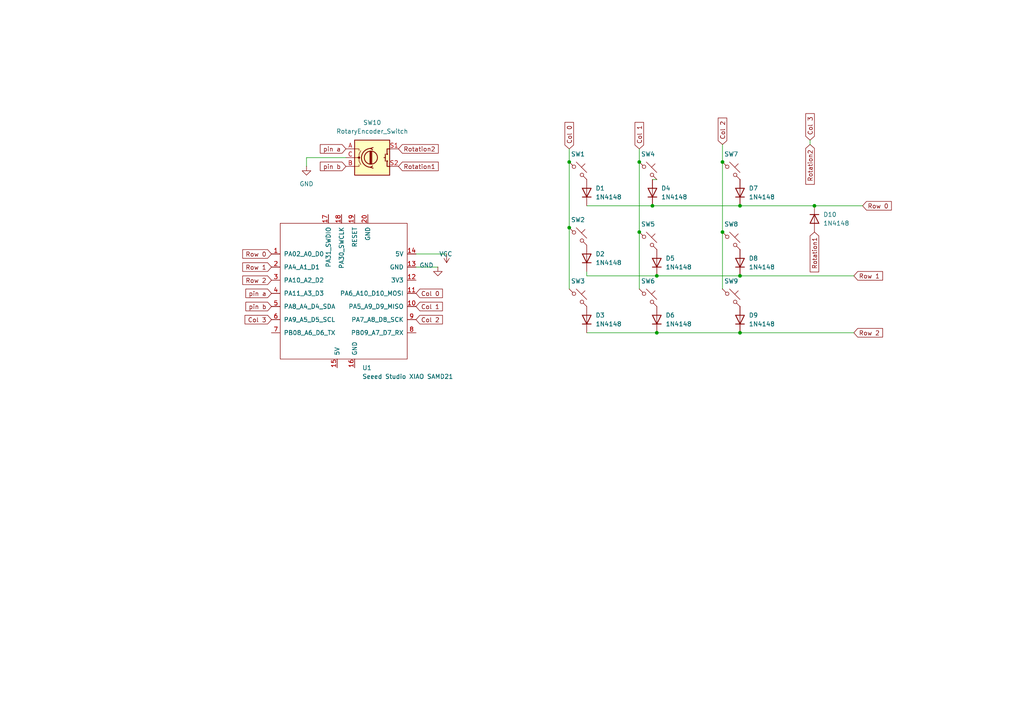
<source format=kicad_sch>
(kicad_sch (version 20231120) (generator "eeschema") (generator_version "8.0")
  (paper "A4")
  (lib_symbols
    (symbol "Device:RotaryEncoder_Switch" (pin_names (offset 0.254) hide)
      (property "Reference" "SW" (at 0 6.604 0))
      (property "Value" "RotaryEncoder_Switch" (at 0 -6.604 0))
      (symbol "RotaryEncoder_Switch_0_1"
        (rectangle (start -5.08 5.08) (end 5.08 -5.08) (stroke (width 0.254)) (fill (type background)))
        (circle (center -3.81 0) (radius 0.254) (fill (type outline)))
        (circle (center -0.381 0) (radius 1.905) (stroke (width 0.254)))
        (arc (start -0.381 2.667) (mid -3.0988 -0.0635) (end -0.381 -2.794) (stroke (width 0.254)))
        (polyline (pts (xy -0.635 -1.778) (xy -0.635 1.778)) (stroke (width 0.254)))
        (polyline (pts (xy -0.381 -1.778) (xy -0.381 1.778)) (stroke (width 0.254)))
        (polyline (pts (xy -0.127 1.778) (xy -0.127 -1.778)) (stroke (width 0.254)))
        (polyline (pts (xy 3.81 0) (xy 3.429 0)) (stroke (width 0.254)))
        (polyline (pts (xy 3.81 1.016) (xy 3.81 -1.016)) (stroke (width 0.254)))
        (polyline (pts (xy -5.08 -2.54) (xy -3.81 -2.54) (xy -3.81 -2.032)))
        (polyline (pts (xy -5.08 2.54) (xy -3.81 2.54) (xy -3.81 2.032)))
        (polyline (pts (xy 0.254 -3.048) (xy -0.508 -2.794) (xy 0.127 -2.413)) (stroke (width 0.254)))
        (polyline (pts (xy 0.254 2.921) (xy -0.508 2.667) (xy 0.127 2.286)) (stroke (width 0.254)))
        (polyline (pts (xy 5.08 -2.54) (xy 4.318 -2.54) (xy 4.318 -1.016)) (stroke (width 0.254)))
        (polyline (pts (xy 5.08 2.54) (xy 4.318 2.54) (xy 4.318 1.016)) (stroke (width 0.254)))
        (polyline (pts (xy -5.08 0) (xy -3.81 0) (xy -3.81 -1.016) (xy -3.302 -2.032)))
        (polyline (pts (xy -4.318 0) (xy -3.81 0) (xy -3.81 1.016) (xy -3.302 2.032)))
        (circle (center 4.318 -1.016) (radius 0.127) (stroke (width 0.254)))
        (circle (center 4.318 1.016) (radius 0.127) (stroke (width 0.254)))
      )
      (symbol "RotaryEncoder_Switch_1_1"
        (pin passive line (at -7.62 2.54 0) (length 2.54) (name "A") (number "A"))
        (pin passive line (at -7.62 -2.54 0) (length 2.54) (name "B") (number "B"))
        (pin passive line (at -7.62 0 0) (length 2.54) (name "C") (number "C"))
        (pin passive line (at 7.62 2.54 180) (length 2.54) (name "S1") (number "S1"))
        (pin passive line (at 7.62 -2.54 180) (length 2.54) (name "S2") (number "S2"))
      )
    )
    (symbol "Diode:1N4148" (pin_numbers hide) (pin_names hide)
      (property "Reference" "D" (at 0 2.54 0))
      (property "Value" "1N4148" (at 0 -2.54 0))
      (symbol "1N4148_0_1"
        (polyline (pts (xy -1.27 1.27) (xy -1.27 -1.27)) (stroke (width 0.254)))
        (polyline (pts (xy 1.27 0) (xy -1.27 0)))
        (polyline (pts (xy 1.27 1.27) (xy 1.27 -1.27) (xy -1.27 0) (xy 1.27 1.27)) (stroke (width 0.254)))
      )
      (symbol "1N4148_1_1"
        (pin passive line (at -3.81 0 0) (length 2.54) (name "K") (number "1"))
        (pin passive line (at 3.81 0 180) (length 2.54) (name "A") (number "2"))
      )
    )
    (symbol "Seeed_Studio_XIAO_Series:Seeed Studio XIAO SAMD21" (pin_names (offset 1.016))
      (property "Reference" "U" (at -19.05 22.86 0))
      (property "Value" "Seeed Studio XIAO SAMD21" (at -12.7 21.59 0))
      (symbol "Seeed Studio XIAO SAMD21_0_1"
        (rectangle (start -19.05 20.32) (end 17.78 -19.05))
      )
      (symbol "Seeed Studio XIAO SAMD21_1_1"
        (pin unspecified line (at -21.59 11.43 0) (length 2.54) (name "PA02_A0_D0") (number "1"))
        (pin unspecified line (at 20.32 -3.81 180) (length 2.54) (name "PA5_A9_D9_MISO") (number "10"))
        (pin unspecified line (at 20.32 0 180) (length 2.54) (name "PA6_A10_D10_MOSI") (number "11"))
        (pin unspecified line (at 20.32 3.81 180) (length 2.54) (name "3V3") (number "12"))
        (pin unspecified line (at 20.32 7.62 180) (length 2.54) (name "GND") (number "13"))
        (pin unspecified line (at 20.32 11.43 180) (length 2.54) (name "5V") (number "14"))
        (pin input line (at -2.54 -21.59 90) (length 2.54) (name "5V") (number "15"))
        (pin input line (at 2.54 -21.59 90) (length 2.54) (name "GND") (number "16"))
        (pin input line (at -5.08 22.86 270) (length 2.54) (name "PA31_SWDIO") (number "17"))
        (pin input line (at -1.27 22.86 270) (length 2.54) (name "PA30_SWCLK") (number "18"))
        (pin input line (at 2.54 22.86 270) (length 2.54) (name "RESET") (number "19"))
        (pin unspecified line (at -21.59 7.62 0) (length 2.54) (name "PA4_A1_D1") (number "2"))
        (pin input line (at 6.35 22.86 270) (length 2.54) (name "GND") (number "20"))
        (pin unspecified line (at -21.59 3.81 0) (length 2.54) (name "PA10_A2_D2") (number "3"))
        (pin unspecified line (at -21.59 0 0) (length 2.54) (name "PA11_A3_D3") (number "4"))
        (pin unspecified line (at -21.59 -3.81 0) (length 2.54) (name "PA8_A4_D4_SDA") (number "5"))
        (pin unspecified line (at -21.59 -7.62 0) (length 2.54) (name "PA9_A5_D5_SCL") (number "6"))
        (pin unspecified line (at -21.59 -11.43 0) (length 2.54) (name "PB08_A6_D6_TX") (number "7"))
        (pin unspecified line (at 20.32 -11.43 180) (length 2.54) (name "PB09_A7_D7_RX") (number "8"))
        (pin unspecified line (at 20.32 -7.62 180) (length 2.54) (name "PA7_A8_D8_SCK") (number "9"))
      )
    )
    (symbol "Switch:SW_Push_45deg" (pin_numbers hide) (pin_names (offset 1.016) hide)
      (property "Reference" "SW" (at 3.048 1.016 0))
      (property "Value" "SW_Push_45deg" (at 0 -3.81 0))
      (symbol "SW_Push_45deg_0_1"
        (circle (center -1.1684 1.1684) (radius 0.508))
        (polyline (pts (xy -0.508 2.54) (xy 2.54 -0.508)))
        (polyline (pts (xy 1.016 1.016) (xy 2.032 2.032)))
        (polyline (pts (xy -2.54 2.54) (xy -1.524 1.524) (xy -1.524 1.524)))
        (polyline (pts (xy 1.524 -1.524) (xy 2.54 -2.54) (xy 2.54 -2.54) (xy 2.54 -2.54)))
        (circle (center 1.143 -1.1938) (radius 0.508))
        (pin passive line (at -2.54 2.54 0) (length 0) (name "1") (number "1"))
        (pin passive line (at 2.54 -2.54 180) (length 0) (name "2") (number "2"))
      )
    )
    (symbol "power:GND" (power) (pin_numbers hide) (pin_names (offset 0) hide)
      (property "Value" "GND" (at 0 -3.81 0))
      (symbol "GND_0_1"
        (polyline (pts (xy 0 0) (xy 0 -1.27) (xy 1.27 -1.27) (xy 0 -2.54) (xy -1.27 -1.27) (xy 0 -1.27)))
      )
      (symbol "GND_1_1"
        (pin power_in line (at 0 0 270) (length 0) (name "~") (number "1"))
      )
    )
    (symbol "power:VCC" (power) (pin_numbers hide) (pin_names (offset 0) hide)
      (property "Value" "VCC" (at 0 3.556 0))
      (symbol "VCC_0_1"
        (polyline (pts (xy -0.762 1.27) (xy 0 2.54)))
        (polyline (pts (xy 0 0) (xy 0 2.54)))
        (polyline (pts (xy 0 2.54) (xy 0.762 1.27)))
      )
      (symbol "VCC_1_1"
        (pin power_in line (at 0 0 90) (length 0) (name "~") (number "1"))
      )
    )
  )
  (junction (at 165.1 66.04))
  (junction (at 190.5 96.52))
  (junction (at 209.55 46.99))
  (junction (at 236.22 59.69))
  (junction (at 209.55 67.31))
  (junction (at 214.63 59.69))
  (junction (at 214.63 80.01))
  (junction (at 190.5 80.01))
  (junction (at 165.1 46.99))
  (junction (at 185.42 67.31))
  (junction (at 214.63 96.52))
  (junction (at 189.23 59.69))
  (junction (at 185.42 46.99))
  (wire (pts (xy 120.65 77.47) (xy 127 77.47)))
  (wire (pts (xy 185.42 46.99) (xy 185.42 67.31)))
  (wire (pts (xy 165.1 66.04) (xy 165.1 83.82)))
  (wire (pts (xy 170.18 59.69) (xy 189.23 59.69)))
  (wire (pts (xy 209.55 46.99) (xy 209.55 41.91)))
  (wire (pts (xy 88.9 45.72) (xy 88.9 48.26)))
  (wire (pts (xy 185.42 67.31) (xy 185.42 83.82)))
  (wire (pts (xy 214.63 59.69) (xy 236.22 59.69)))
  (wire (pts (xy 190.5 80.01) (xy 214.63 80.01)))
  (wire (pts (xy 165.1 43.18) (xy 165.1 46.99)))
  (wire (pts (xy 214.63 96.52) (xy 247.65 96.52)))
  (wire (pts (xy 120.65 73.66) (xy 129.54 73.66)))
  (wire (pts (xy 209.55 67.31) (xy 209.55 83.82)))
  (wire (pts (xy 190.5 52.07) (xy 189.23 52.07)))
  (wire (pts (xy 234.95 41.91) (xy 234.95 40.64)))
  (wire (pts (xy 236.22 59.69) (xy 250.19 59.69)))
  (wire (pts (xy 185.42 43.18) (xy 185.42 46.99)))
  (wire (pts (xy 170.18 96.52) (xy 190.5 96.52)))
  (wire (pts (xy 214.63 80.01) (xy 247.65 80.01)))
  (wire (pts (xy 189.23 59.69) (xy 214.63 59.69)))
  (wire (pts (xy 170.18 80.01) (xy 170.18 78.74)))
  (wire (pts (xy 190.5 96.52) (xy 214.63 96.52)))
  (wire (pts (xy 170.18 80.01) (xy 190.5 80.01)))
  (wire (pts (xy 100.33 45.72) (xy 88.9 45.72)))
  (wire (pts (xy 209.55 46.99) (xy 209.55 67.31)))
  (wire (pts (xy 165.1 66.04) (xy 165.1 46.99)))
  (global_label "Row 2" (shape input) (at 247.65 96.52 0) (property "Intersheetrefs" "${INTERSHEET_REFS}" (effects (hide yes))))
  (global_label "Row 0" (shape input) (at 78.74 73.66 180) (property "Intersheetrefs" "${INTERSHEET_REFS}" (effects (hide yes))))
  (global_label "pin b" (shape input) (at 78.74 88.9 180) (property "Intersheetrefs" "${INTERSHEET_REFS}" (effects (hide yes))))
  (global_label "Row 0" (shape input) (at 250.19 59.69 0) (property "Intersheetrefs" "${INTERSHEET_REFS}" (effects (hide yes))))
  (global_label "Row 2" (shape input) (at 78.74 81.28 180) (property "Intersheetrefs" "${INTERSHEET_REFS}" (effects (hide yes))))
  (global_label "pin b" (shape input) (at 100.33 48.26 180) (property "Intersheetrefs" "${INTERSHEET_REFS}" (effects (hide yes))))
  (global_label "Col 3" (shape input) (at 78.74 92.71 180) (property "Intersheetrefs" "${INTERSHEET_REFS}" (effects (hide yes))))
  (global_label "Col 1" (shape input) (at 120.65 88.9 0) (property "Intersheetrefs" "${INTERSHEET_REFS}" (effects (hide yes))))
  (global_label "Rotation2" (shape input) (at 115.57 43.18 0) (property "Intersheetrefs" "${INTERSHEET_REFS}" (effects (hide yes))))
  (global_label "Row 1" (shape input) (at 247.65 80.01 0) (property "Intersheetrefs" "${INTERSHEET_REFS}" (effects (hide yes))))
  (global_label "Col 1" (shape input) (at 185.42 43.18 90) (property "Intersheetrefs" "${INTERSHEET_REFS}" (effects (hide yes))))
  (global_label "Row 1" (shape input) (at 78.74 77.47 180) (property "Intersheetrefs" "${INTERSHEET_REFS}" (effects (hide yes))))
  (global_label "Rotation2" (shape input) (at 234.95 41.91 270) (property "Intersheetrefs" "${INTERSHEET_REFS}" (effects (hide yes))))
  (global_label "pin a" (shape input) (at 100.33 43.18 180) (property "Intersheetrefs" "${INTERSHEET_REFS}" (effects (hide yes))))
  (global_label "Col 2" (shape input) (at 120.65 92.71 0) (property "Intersheetrefs" "${INTERSHEET_REFS}" (effects (hide yes))))
  (global_label "pin a" (shape input) (at 78.74 85.09 180) (property "Intersheetrefs" "${INTERSHEET_REFS}" (effects (hide yes))))
  (global_label "Rotation1" (shape input) (at 236.22 67.31 270) (property "Intersheetrefs" "${INTERSHEET_REFS}" (effects (hide yes))))
  (global_label "Rotation1" (shape input) (at 115.57 48.26 0) (property "Intersheetrefs" "${INTERSHEET_REFS}" (effects (hide yes))))
  (global_label "Col 3" (shape input) (at 234.95 40.64 90) (property "Intersheetrefs" "${INTERSHEET_REFS}" (effects (hide yes))))
  (global_label "Col 0" (shape input) (at 165.1 43.18 90) (property "Intersheetrefs" "${INTERSHEET_REFS}" (effects (hide yes))))
  (global_label "Col 2" (shape input) (at 209.55 41.91 90) (property "Intersheetrefs" "${INTERSHEET_REFS}" (effects (hide yes))))
  (global_label "Col 0" (shape input) (at 120.65 85.09 0) (property "Intersheetrefs" "${INTERSHEET_REFS}" (effects (hide yes))))
  (symbol (lib_id "Diode:1N4148") (at 170.18 74.93 90) (unit 1)
    (property "Reference" "D2" (at 172.72 73.6599 90) (effects (justify right)))
    (property "Value" "1N4148" (at 172.72 76.1999 90) (effects (justify right)))
    (property "Footprint" "Diode_THT:D_DO-35_SOD27_P7.62mm_Horizontal" (effects (hide yes)))
    (property "Datasheet" "https://assets.nexperia.com/documents/data-sheet/1N4148_1N4448.pdf" (effects (hide yes)))
    (property "Description" "100V 0.15A standard switching diode, DO-35" (effects (hide yes)))
    (property "Sim.Device" "D" (effects (hide yes)))
    (property "Sim.Pins" "1=K 2=A" (effects (hide yes)))
  )
  (symbol (lib_id "Diode:1N4148") (at 236.22 63.5 270) (unit 1)
    (property "Reference" "D10" (at 238.76 62.2299 90) (effects (justify left)))
    (property "Value" "1N4148" (at 238.76 64.7699 90) (effects (justify left)))
    (property "Footprint" "Diode_THT:D_DO-35_SOD27_P7.62mm_Horizontal" (effects (hide yes)))
    (property "Datasheet" "https://assets.nexperia.com/documents/data-sheet/1N4148_1N4448.pdf" (effects (hide yes)))
    (property "Description" "100V 0.15A standard switching diode, DO-35" (effects (hide yes)))
    (property "Sim.Device" "D" (effects (hide yes)))
    (property "Sim.Pins" "1=K 2=A" (effects (hide yes)))
  )
  (symbol (lib_id "Diode:1N4148") (at 214.63 55.88 90) (unit 1)
    (property "Reference" "D7" (at 217.17 54.6099 90) (effects (justify right)))
    (property "Value" "1N4148" (at 217.17 57.1499 90) (effects (justify right)))
    (property "Footprint" "Diode_THT:D_DO-35_SOD27_P7.62mm_Horizontal" (effects (hide yes)))
    (property "Datasheet" "https://assets.nexperia.com/documents/data-sheet/1N4148_1N4448.pdf" (effects (hide yes)))
    (property "Description" "100V 0.15A standard switching diode, DO-35" (effects (hide yes)))
    (property "Sim.Device" "D" (effects (hide yes)))
    (property "Sim.Pins" "1=K 2=A" (effects (hide yes)))
  )
  (symbol (lib_id "Switch:SW_Push_45deg") (at 167.64 68.58 0) (unit 1)
    (property "Reference" "SW2" (at 167.64 63.754 0))
    (property "Value" "SW_Push_45deg" (effects (hide yes)))
    (property "Footprint" "Button_Switch_Keyboard:SW_Cherry_MX_1.00u_PCB" (effects (hide yes)))
    (property "Description" "Push button switch, normally open, two pins, 45° tilted" (effects (hide yes)))
  )
  (symbol (lib_id "Diode:1N4148") (at 214.63 76.2 90) (unit 1)
    (property "Reference" "D8" (at 217.17 74.9299 90) (effects (justify right)))
    (property "Value" "1N4148" (at 217.17 77.4699 90) (effects (justify right)))
    (property "Footprint" "Diode_THT:D_DO-35_SOD27_P7.62mm_Horizontal" (effects (hide yes)))
    (property "Datasheet" "https://assets.nexperia.com/documents/data-sheet/1N4148_1N4448.pdf" (effects (hide yes)))
    (property "Description" "100V 0.15A standard switching diode, DO-35" (effects (hide yes)))
    (property "Sim.Device" "D" (effects (hide yes)))
    (property "Sim.Pins" "1=K 2=A" (effects (hide yes)))
  )
  (symbol (lib_id "power:GND") (at 127 77.47 0) (unit 1)
    (property "Reference" "#PWR01" (effects (hide yes)))
    (property "Value" "GND" (at 123.698 76.962 0))
    (property "Description" "Power symbol creates a global label with name \"GND\" , ground" (effects (hide yes)))
  )
  (symbol (lib_id "Diode:1N4148") (at 170.18 92.71 90) (unit 1)
    (property "Reference" "D3" (at 172.72 91.4399 90) (effects (justify right)))
    (property "Value" "1N4148" (at 172.72 93.9799 90) (effects (justify right)))
    (property "Footprint" "Diode_THT:D_DO-35_SOD27_P7.62mm_Horizontal" (effects (hide yes)))
    (property "Datasheet" "https://assets.nexperia.com/documents/data-sheet/1N4148_1N4448.pdf" (effects (hide yes)))
    (property "Description" "100V 0.15A standard switching diode, DO-35" (effects (hide yes)))
    (property "Sim.Device" "D" (effects (hide yes)))
    (property "Sim.Pins" "1=K 2=A" (effects (hide yes)))
  )
  (symbol (lib_id "Diode:1N4148") (at 190.5 76.2 90) (unit 1)
    (property "Reference" "D5" (at 193.04 74.9299 90) (effects (justify right)))
    (property "Value" "1N4148" (at 193.04 77.4699 90) (effects (justify right)))
    (property "Footprint" "Diode_THT:D_DO-35_SOD27_P7.62mm_Horizontal" (effects (hide yes)))
    (property "Datasheet" "https://assets.nexperia.com/documents/data-sheet/1N4148_1N4448.pdf" (effects (hide yes)))
    (property "Description" "100V 0.15A standard switching diode, DO-35" (effects (hide yes)))
    (property "Sim.Device" "D" (effects (hide yes)))
    (property "Sim.Pins" "1=K 2=A" (effects (hide yes)))
  )
  (symbol (lib_id "Switch:SW_Push_45deg") (at 167.64 86.36 0) (unit 1)
    (property "Reference" "SW3" (at 167.64 81.534 0))
    (property "Value" "SW_Push_45deg" (effects (hide yes)))
    (property "Footprint" "Button_Switch_Keyboard:SW_Cherry_MX_1.00u_PCB" (effects (hide yes)))
    (property "Description" "Push button switch, normally open, two pins, 45° tilted" (effects (hide yes)))
  )
  (symbol (lib_id "Seeed_Studio_XIAO_Series:Seeed Studio XIAO SAMD21") (at 100.33 85.09 0) (unit 1)
    (property "Reference" "U1" (at 105.0641 106.68 0) (effects (justify left)))
    (property "Value" "Seeed Studio XIAO SAMD21" (at 105.0641 109.22 0) (effects (justify left)))
    (property "Footprint" "Seeed Studio XIAO Series Library:XIAO-Generic-Thruhole-14P-2.54-21X17.8MM" (effects (hide yes)))
  )
  (symbol (lib_id "Device:RotaryEncoder_Switch") (at 107.95 45.72 0) (unit 1)
    (property "Reference" "SW10" (at 107.95 35.56 0))
    (property "Value" "RotaryEncoder_Switch" (at 107.95 38.1 0))
    (property "Footprint" "Rotary_Encoder:RotaryEncoder_Alps_EC11E-Switch_Vertical_H20mm" (effects (hide yes)))
    (property "Description" "Rotary encoder, dual channel, incremental quadrate outputs, with switch" (effects (hide yes)))
  )
  (symbol (lib_id "Switch:SW_Push_45deg") (at 187.96 49.53 0) (unit 1)
    (property "Reference" "SW4" (at 187.96 44.704 0))
    (property "Value" "SW_Push_45deg" (effects (hide yes)))
    (property "Footprint" "Button_Switch_Keyboard:SW_Cherry_MX_1.00u_PCB" (effects (hide yes)))
    (property "Description" "Push button switch, normally open, two pins, 45° tilted" (effects (hide yes)))
  )
  (symbol (lib_id "Switch:SW_Push_45deg") (at 212.09 49.53 0) (unit 1)
    (property "Reference" "SW7" (at 212.09 44.704 0))
    (property "Value" "SW_Push_45deg" (effects (hide yes)))
    (property "Footprint" "Button_Switch_Keyboard:SW_Cherry_MX_1.00u_PCB" (effects (hide yes)))
    (property "Description" "Push button switch, normally open, two pins, 45° tilted" (effects (hide yes)))
  )
  (symbol (lib_id "Switch:SW_Push_45deg") (at 212.09 69.85 0) (unit 1)
    (property "Reference" "SW8" (at 212.09 65.024 0))
    (property "Value" "SW_Push_45deg" (effects (hide yes)))
    (property "Footprint" "Button_Switch_Keyboard:SW_Cherry_MX_1.00u_PCB" (effects (hide yes)))
    (property "Description" "Push button switch, normally open, two pins, 45° tilted" (effects (hide yes)))
  )
  (symbol (lib_id "Diode:1N4148") (at 190.5 92.71 90) (unit 1)
    (property "Reference" "D6" (at 193.04 91.4399 90) (effects (justify right)))
    (property "Value" "1N4148" (at 193.04 93.9799 90) (effects (justify right)))
    (property "Footprint" "Diode_THT:D_DO-35_SOD27_P7.62mm_Horizontal" (effects (hide yes)))
    (property "Datasheet" "https://assets.nexperia.com/documents/data-sheet/1N4148_1N4448.pdf" (effects (hide yes)))
    (property "Description" "100V 0.15A standard switching diode, DO-35" (effects (hide yes)))
    (property "Sim.Device" "D" (effects (hide yes)))
    (property "Sim.Pins" "1=K 2=A" (effects (hide yes)))
  )
  (symbol (lib_id "Diode:1N4148") (at 170.18 55.88 90) (unit 1)
    (property "Reference" "D1" (at 172.72 54.6099 90) (effects (justify right)))
    (property "Value" "1N4148" (at 172.72 57.1499 90) (effects (justify right)))
    (property "Footprint" "Diode_THT:D_DO-35_SOD27_P7.62mm_Horizontal" (effects (hide yes)))
    (property "Datasheet" "https://assets.nexperia.com/documents/data-sheet/1N4148_1N4448.pdf" (effects (hide yes)))
    (property "Description" "100V 0.15A standard switching diode, DO-35" (effects (hide yes)))
    (property "Sim.Device" "D" (effects (hide yes)))
    (property "Sim.Pins" "1=K 2=A" (effects (hide yes)))
  )
  (symbol (lib_id "Switch:SW_Push_45deg") (at 212.09 86.36 0) (unit 1)
    (property "Reference" "SW9" (at 212.09 81.534 0))
    (property "Value" "SW_Push_45deg" (effects (hide yes)))
    (property "Footprint" "Button_Switch_Keyboard:SW_Cherry_MX_1.00u_PCB" (effects (hide yes)))
    (property "Description" "Push button switch, normally open, two pins, 45° tilted" (effects (hide yes)))
  )
  (symbol (lib_id "power:GND") (at 88.9 48.26 0) (unit 1)
    (property "Reference" "#PWR03" (effects (hide yes)))
    (property "Value" "GND" (at 88.9 53.34 0))
    (property "Description" "Power symbol creates a global label with name \"GND\" , ground" (effects (hide yes)))
  )
  (symbol (lib_id "Diode:1N4148") (at 189.23 55.88 90) (unit 1)
    (property "Reference" "D4" (at 191.77 54.6099 90) (effects (justify right)))
    (property "Value" "1N4148" (at 191.77 57.1499 90) (effects (justify right)))
    (property "Footprint" "Diode_THT:D_DO-35_SOD27_P7.62mm_Horizontal" (effects (hide yes)))
    (property "Datasheet" "https://assets.nexperia.com/documents/data-sheet/1N4148_1N4448.pdf" (effects (hide yes)))
    (property "Description" "100V 0.15A standard switching diode, DO-35" (effects (hide yes)))
    (property "Sim.Device" "D" (effects (hide yes)))
    (property "Sim.Pins" "1=K 2=A" (effects (hide yes)))
  )
  (symbol (lib_id "power:VCC") (at 129.54 73.66 180) (unit 1)
    (property "Reference" "#PWR02" (effects (hide yes)))
    (property "Value" "VCC" (at 129.286 73.66 0))
    (property "Description" "Power symbol creates a global label with name \"VCC\"" (effects (hide yes)))
  )
  (symbol (lib_id "Switch:SW_Push_45deg") (at 187.96 69.85 0) (unit 1)
    (property "Reference" "SW5" (at 187.96 65.024 0))
    (property "Value" "SW_Push_45deg" (effects (hide yes)))
    (property "Footprint" "Button_Switch_Keyboard:SW_Cherry_MX_1.00u_PCB" (effects (hide yes)))
    (property "Description" "Push button switch, normally open, two pins, 45° tilted" (effects (hide yes)))
  )
  (symbol (lib_id "Switch:SW_Push_45deg") (at 187.96 86.36 0) (unit 1)
    (property "Reference" "SW6" (at 187.96 81.534 0))
    (property "Value" "SW_Push_45deg" (effects (hide yes)))
    (property "Footprint" "Button_Switch_Keyboard:SW_Cherry_MX_1.00u_PCB" (effects (hide yes)))
    (property "Description" "Push button switch, normally open, two pins, 45° tilted" (effects (hide yes)))
  )
  (symbol (lib_id "Switch:SW_Push_45deg") (at 167.64 49.53 0) (unit 1)
    (property "Reference" "SW1" (at 167.64 44.704 0))
    (property "Value" "SW_Push_45deg" (effects (hide yes)))
    (property "Footprint" "Button_Switch_Keyboard:SW_Cherry_MX_1.00u_PCB" (effects (hide yes)))
    (property "Description" "Push button switch, normally open, two pins, 45° tilted" (effects (hide yes)))
  )
  (symbol (lib_id "Diode:1N4148") (at 214.63 92.71 90) (unit 1)
    (property "Reference" "D9" (at 217.17 91.4399 90) (effects (justify right)))
    (property "Value" "1N4148" (at 217.17 93.9799 90) (effects (justify right)))
    (property "Footprint" "Diode_THT:D_DO-35_SOD27_P7.62mm_Horizontal" (effects (hide yes)))
    (property "Datasheet" "https://assets.nexperia.com/documents/data-sheet/1N4148_1N4448.pdf" (effects (hide yes)))
    (property "Description" "100V 0.15A standard switching diode, DO-35" (effects (hide yes)))
    (property "Sim.Device" "D" (effects (hide yes)))
    (property "Sim.Pins" "1=K 2=A" (effects (hide yes)))
  )
)
</source>
